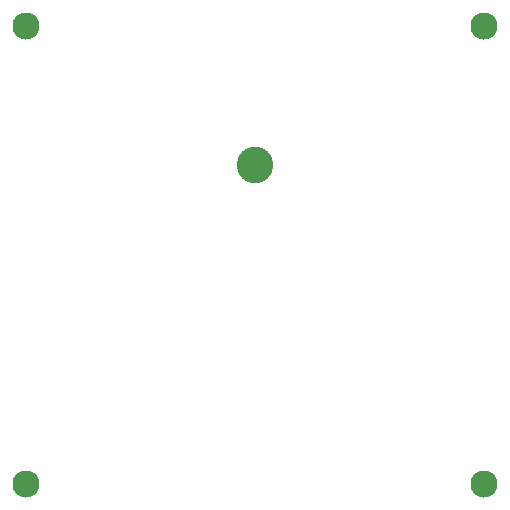
<source format=gbr>
%TF.GenerationSoftware,KiCad,Pcbnew,(5.1.4)-1*%
%TF.CreationDate,2020-10-17T09:34:39+00:00*%
%TF.ProjectId,Patch,50617463-682e-46b6-9963-61645f706362,v1.0*%
%TF.SameCoordinates,Original*%
%TF.FileFunction,Soldermask,Top*%
%TF.FilePolarity,Negative*%
%FSLAX46Y46*%
G04 Gerber Fmt 4.6, Leading zero omitted, Abs format (unit mm)*
G04 Created by KiCad (PCBNEW (5.1.4)-1) date 2020-10-17 09:34:39*
%MOMM*%
%LPD*%
G04 APERTURE LIST*
%ADD10C,2.300000*%
%ADD11C,3.100000*%
G04 APERTURE END LIST*
D10*
%TO.C,REF\002A\002A*%
X118218700Y-76880200D03*
%TD*%
%TO.C,REF\002A\002A*%
X118218700Y-38080200D03*
%TD*%
%TO.C,REF\002A\002A*%
X79418700Y-76880200D03*
%TD*%
%TO.C,REF\002A\002A*%
X79418700Y-38080200D03*
%TD*%
D11*
%TO.C,J1*%
X98818700Y-49860200D03*
%TD*%
M02*

</source>
